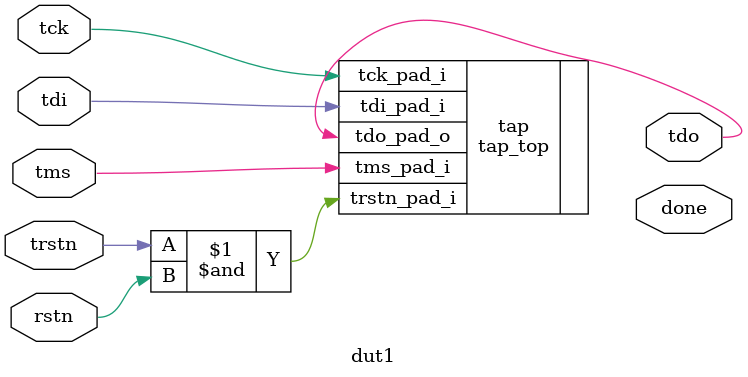
<source format=v>
`include "tap_top.v"

module dut1(tck,tdi,tdo,tms,trstn,
            rstn,
            done,
          );

  input tck, tdi, tms, trstn;
  output tdo;
  output done;

  input rstn;

  tap_top tap (
    .tms_pad_i(tms),
    .tck_pad_i(tck),
    .tdi_pad_i(tdi),
    .tdo_pad_o(tdo),
    .trstn_pad_i(trstn & rstn)
  );


endmodule

</source>
